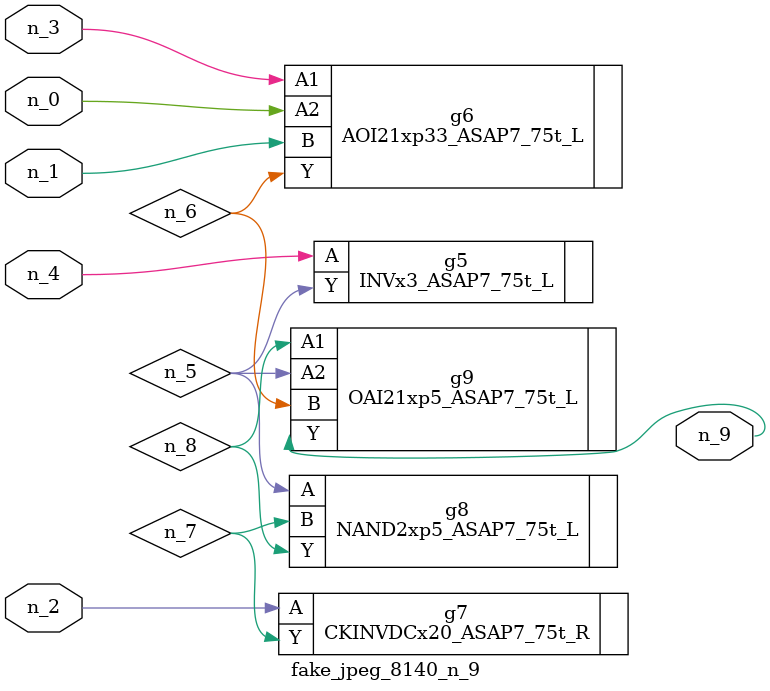
<source format=v>
module fake_jpeg_8140_n_9 (n_3, n_2, n_1, n_0, n_4, n_9);

input n_3;
input n_2;
input n_1;
input n_0;
input n_4;

output n_9;

wire n_8;
wire n_6;
wire n_5;
wire n_7;

INVx3_ASAP7_75t_L g5 ( 
.A(n_4),
.Y(n_5)
);

AOI21xp33_ASAP7_75t_L g6 ( 
.A1(n_3),
.A2(n_0),
.B(n_1),
.Y(n_6)
);

CKINVDCx20_ASAP7_75t_R g7 ( 
.A(n_2),
.Y(n_7)
);

NAND2xp5_ASAP7_75t_L g8 ( 
.A(n_5),
.B(n_7),
.Y(n_8)
);

OAI21xp5_ASAP7_75t_L g9 ( 
.A1(n_8),
.A2(n_5),
.B(n_6),
.Y(n_9)
);


endmodule
</source>
